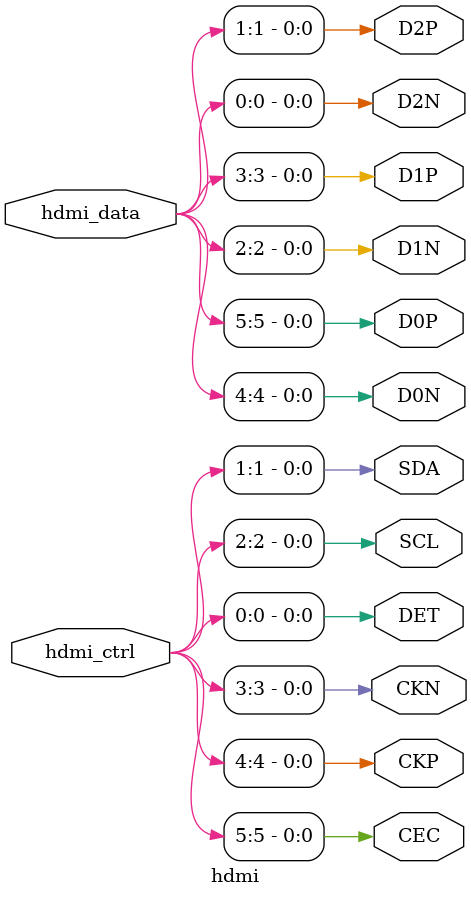
<source format=v>
module hdmi (
	output CEC,
	output CKP,
	output CKN,
	output D0N,
	output D0P,
	output D1N,
	output D1P,
	output D2N,
	output D2P,
	output DET,
	output SCL,
	output SDA,
	input [5:0] hdmi_data,
	input [5:0] hdmi_ctrl
);
assign {D0P,D0N,D1P,D1N,D2P,D2N}=hdmi_data;
assign {CEC,CKP,CKN,SCL,SDA,DET}=hdmi_ctrl;
// pin   CEC is     IO_L7P_T1_D09_14 bank  14 bus_digitizer_J19[1]        D21
// pin   CKN is     IO_L8N_T1_D12_14 bank  14 bus_digitizer_J19[11]        A20
// pin   CKP is     IO_L8P_T1_D11_14 bank  14 bus_digitizer_J19[4]        B20
// pin   D0N is     IO_L2N_T0_D03_14 bank  14 bus_digitizer_J19[8]        A22
// pin   D0P is     IO_L2P_T0_D02_14 bank  14 bus_digitizer_J19[2]        B22
// pin   D1N is     IO_L4N_T0_D05_14 bank  14 bus_digitizer_J19[10]        A24
// pin   D1P is     IO_L4P_T0_D04_14 bank  14 bus_digitizer_J19[0]        A23
// pin   D2N is IO_L6N_T0_D08_VREF_14 bank  14 bus_digitizer_J19[5]        C24
// pin   D2P is   IO_L6P_T0_FCS_B_14 bank  14 bus_digitizer_J19[7]        C23
// pin   DET is    IO_L10N_T1_D15_14 bank  14 bus_digitizer_J19[9]        B21
// pin   SCL is     IO_L7N_T1_D10_14 bank  14 bus_digitizer_J19[6]        C22
// pin   SDA is    IO_L10P_T1_D14_14 bank  14 bus_digitizer_J19[3]        C21
endmodule

</source>
